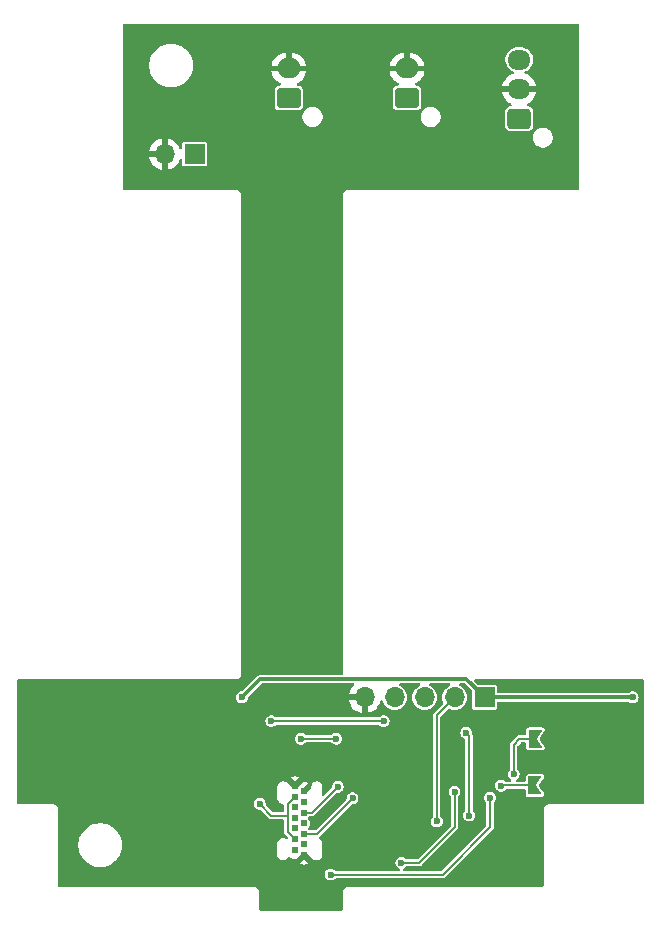
<source format=gbr>
%TF.GenerationSoftware,KiCad,Pcbnew,8.0.8*%
%TF.CreationDate,2025-01-17T17:15:23+08:00*%
%TF.ProjectId,The Button,54686520-4275-4747-946f-6e2e6b696361,rev?*%
%TF.SameCoordinates,Original*%
%TF.FileFunction,Copper,L2,Bot*%
%TF.FilePolarity,Positive*%
%FSLAX46Y46*%
G04 Gerber Fmt 4.6, Leading zero omitted, Abs format (unit mm)*
G04 Created by KiCad (PCBNEW 8.0.8) date 2025-01-17 17:15:23*
%MOMM*%
%LPD*%
G01*
G04 APERTURE LIST*
G04 Aperture macros list*
%AMRoundRect*
0 Rectangle with rounded corners*
0 $1 Rounding radius*
0 $2 $3 $4 $5 $6 $7 $8 $9 X,Y pos of 4 corners*
0 Add a 4 corners polygon primitive as box body*
4,1,4,$2,$3,$4,$5,$6,$7,$8,$9,$2,$3,0*
0 Add four circle primitives for the rounded corners*
1,1,$1+$1,$2,$3*
1,1,$1+$1,$4,$5*
1,1,$1+$1,$6,$7*
1,1,$1+$1,$8,$9*
0 Add four rect primitives between the rounded corners*
20,1,$1+$1,$2,$3,$4,$5,0*
20,1,$1+$1,$4,$5,$6,$7,0*
20,1,$1+$1,$6,$7,$8,$9,0*
20,1,$1+$1,$8,$9,$2,$3,0*%
%AMFreePoly0*
4,1,6,1.000000,0.000000,0.500000,-0.750000,-0.500000,-0.750000,-0.500000,0.750000,0.500000,0.750000,1.000000,0.000000,1.000000,0.000000,$1*%
%AMFreePoly1*
4,1,6,0.500000,-0.750000,-0.650000,-0.750000,-0.150000,0.000000,-0.650000,0.750000,0.500000,0.750000,0.500000,-0.750000,0.500000,-0.750000,$1*%
G04 Aperture macros list end*
%TA.AperFunction,SMDPad,CuDef*%
%ADD10FreePoly0,180.000000*%
%TD*%
%TA.AperFunction,SMDPad,CuDef*%
%ADD11FreePoly1,180.000000*%
%TD*%
%TA.AperFunction,ComponentPad*%
%ADD12R,1.700000X1.700000*%
%TD*%
%TA.AperFunction,ComponentPad*%
%ADD13O,1.700000X1.700000*%
%TD*%
%TA.AperFunction,ComponentPad*%
%ADD14RoundRect,0.250000X0.750000X-0.600000X0.750000X0.600000X-0.750000X0.600000X-0.750000X-0.600000X0*%
%TD*%
%TA.AperFunction,ComponentPad*%
%ADD15O,2.000000X1.700000*%
%TD*%
%TA.AperFunction,ComponentPad*%
%ADD16RoundRect,0.250000X0.725000X-0.600000X0.725000X0.600000X-0.725000X0.600000X-0.725000X-0.600000X0*%
%TD*%
%TA.AperFunction,ComponentPad*%
%ADD17O,1.950000X1.700000*%
%TD*%
%TA.AperFunction,ComponentPad*%
%ADD18C,0.609600*%
%TD*%
%TA.AperFunction,ViaPad*%
%ADD19C,0.600000*%
%TD*%
%TA.AperFunction,Conductor*%
%ADD20C,0.200000*%
%TD*%
%TA.AperFunction,Conductor*%
%ADD21C,0.300000*%
%TD*%
G04 APERTURE END LIST*
D10*
%TO.P,JP2,1,A*%
%TO.N,GND*%
X192225000Y-85000000D03*
D11*
%TO.P,JP2,2,B*%
%TO.N,HW_CFG_2*%
X190775000Y-85000000D03*
%TD*%
%TO.P,JP1,2,B*%
%TO.N,HW_CFG_1*%
X190731908Y-88958646D03*
D10*
%TO.P,JP1,1,A*%
%TO.N,GND*%
X192181908Y-88958646D03*
%TD*%
D12*
%TO.P,J7,1,Pin_1*%
%TO.N,Net-(J7-Pin_1)*%
X162000000Y-35500000D03*
D13*
%TO.P,J7,2,Pin_2*%
%TO.N,GND*%
X159460000Y-35500000D03*
%TD*%
%TO.P,J5,5,Pin_5*%
%TO.N,GND*%
X176390000Y-81500000D03*
%TO.P,J5,4,Pin_4*%
%TO.N,NRST*%
X178930000Y-81500000D03*
%TO.P,J5,3,Pin_3*%
%TO.N,SWDCLK*%
X181470000Y-81500000D03*
%TO.P,J5,2,Pin_2*%
%TO.N,SWDIO*%
X184010000Y-81500000D03*
D12*
%TO.P,J5,1,Pin_1*%
%TO.N,VDD_3V*%
X186550000Y-81500000D03*
%TD*%
D14*
%TO.P,J1,1,Pin_1*%
%TO.N,BTN_HI*%
X169975000Y-30750000D03*
D15*
%TO.P,J1,2,Pin_2*%
%TO.N,GND*%
X169975000Y-28250000D03*
%TD*%
D16*
%TO.P,J6,1,Pin_1*%
%TO.N,BTN_KEY*%
X189475000Y-32500000D03*
D17*
%TO.P,J6,2,Pin_2*%
%TO.N,GND*%
X189475000Y-30000000D03*
%TO.P,J6,3,Pin_3*%
%TO.N,unconnected-(J6-Pin_3-Pad3)*%
X189475000Y-27500000D03*
%TD*%
D18*
%TO.P,J2,A1,GND*%
%TO.N,GND*%
X170500000Y-94399999D03*
%TO.P,J2,A4,VBUS*%
%TO.N,VDDA_5V*%
X170500000Y-93499998D03*
%TO.P,J2,A5,CC1*%
%TO.N,Net-(J2-CC1)*%
X170500000Y-92600000D03*
%TO.P,J2,A6,DP1*%
%TO.N,D_P*%
X170500000Y-91699999D03*
%TO.P,J2,A7,DN1*%
%TO.N,D_N*%
X170500000Y-90799999D03*
%TO.P,J2,A9,VBUS*%
%TO.N,VDDA_5V*%
X170500000Y-89900000D03*
%TO.P,J2,A12,GND*%
%TO.N,GND*%
X170500000Y-89000000D03*
%TO.P,J2,B1,GND*%
X171280001Y-89450000D03*
%TO.P,J2,B4,VBUS*%
%TO.N,VDDA_5V*%
X171280001Y-90350000D03*
%TO.P,J2,B5,CC2*%
%TO.N,Net-(J2-CC2)*%
X171280001Y-91249999D03*
%TO.P,J2,B6,DP2*%
%TO.N,D_P*%
X171280001Y-92149999D03*
%TO.P,J2,B7,DN2*%
%TO.N,D_N*%
X171280001Y-93050000D03*
%TO.P,J2,B9,VBUS*%
%TO.N,VDDA_5V*%
X171280001Y-93949998D03*
%TO.P,J2,B12,GND*%
%TO.N,GND*%
X171280001Y-94849999D03*
%TD*%
D14*
%TO.P,J4,1,Pin_1*%
%TO.N,BTN_LO*%
X179975000Y-30750000D03*
D15*
%TO.P,J4,2,Pin_2*%
%TO.N,GND*%
X179975000Y-28250000D03*
%TD*%
D19*
%TO.N,HW_CFG_1*%
X187941167Y-88967837D03*
%TO.N,HW_CFG_2*%
X189000000Y-88000000D03*
%TO.N,GND*%
X177637500Y-91000000D03*
X184500000Y-97250000D03*
X191000000Y-93500000D03*
X189730000Y-87152933D03*
X196750000Y-83000000D03*
X171250000Y-82750000D03*
X180500000Y-86250000D03*
X183250000Y-90500000D03*
X184750000Y-93750000D03*
X187250000Y-94000000D03*
X198250000Y-84750000D03*
X194000000Y-83000000D03*
X189000000Y-84000000D03*
X190000000Y-96250000D03*
X173750000Y-94250000D03*
X170500000Y-86750000D03*
X171000000Y-98000000D03*
X164500000Y-94250000D03*
X152250000Y-82000000D03*
X161500000Y-83250000D03*
X169500000Y-42250000D03*
X171250000Y-44000000D03*
X172750000Y-46750000D03*
X174250000Y-49750000D03*
X174250000Y-63500000D03*
X174250000Y-77250000D03*
X172750000Y-74250000D03*
X171250000Y-70500000D03*
X169500000Y-66250000D03*
X169500000Y-55500000D03*
X171250000Y-58250000D03*
X172750000Y-60750000D03*
X172750000Y-39750000D03*
X171500000Y-37500000D03*
X177500000Y-36500000D03*
X168000000Y-36500000D03*
X167000000Y-41000000D03*
X167000000Y-50000000D03*
X167000000Y-63000000D03*
X167000000Y-76500000D03*
X167500000Y-85000000D03*
X169500000Y-81500000D03*
X173500000Y-82500000D03*
%TO.N,Net-(J7-Pin_1)*%
X168500000Y-83500000D03*
X178000000Y-83500000D03*
%TO.N,BTN_HI*%
X171000000Y-85000000D03*
X174000000Y-85000000D03*
%TO.N,USR_LED_1*%
X187000000Y-90000000D03*
X173500000Y-96500000D03*
%TO.N,USR_LED_2*%
X184000000Y-89500000D03*
X179505241Y-95505241D03*
%TO.N,VDD_3V*%
X166000000Y-81500000D03*
%TO.N,SWDIO*%
X182500002Y-92000000D03*
%TO.N,SWDCLK*%
X185000000Y-84500000D03*
X185230000Y-91500000D03*
%TO.N,VDD_3V*%
X199090000Y-81500000D03*
%TO.N,VDDA_5V*%
X167500000Y-90500000D03*
%TO.N,Net-(J2-CC2)*%
X174111199Y-89078823D03*
%TO.N,D_N*%
X175362514Y-90050000D03*
%TO.N,GND*%
X152500000Y-89000000D03*
X161750000Y-87250000D03*
X159750000Y-92250000D03*
X157500000Y-96500000D03*
%TD*%
D20*
%TO.N,HW_CFG_1*%
X190731908Y-88958646D02*
X188041354Y-88958646D01*
X188041354Y-88958646D02*
X188000000Y-89000000D01*
X187967837Y-88967837D02*
X187941167Y-88967837D01*
X188000000Y-89000000D02*
X187967837Y-88967837D01*
%TO.N,HW_CFG_2*%
X189500000Y-85000000D02*
X190275000Y-85000000D01*
X189000000Y-85500000D02*
X189000000Y-88000000D01*
X189500000Y-85000000D02*
X189000000Y-85500000D01*
%TO.N,Net-(J2-CC2)*%
X171280001Y-91249999D02*
X171940023Y-91249999D01*
X171940023Y-91249999D02*
X174111199Y-89078823D01*
%TO.N,BTN_HI*%
X174000000Y-85000000D02*
X171000000Y-85000000D01*
%TO.N,Net-(J7-Pin_1)*%
X178000000Y-83500000D02*
X168500000Y-83500000D01*
D21*
%TO.N,VDD_3V*%
X186550000Y-81500000D02*
X185000000Y-79950000D01*
X185000000Y-79950000D02*
X167550000Y-79950000D01*
X167550000Y-79950000D02*
X166000000Y-81500000D01*
D20*
%TO.N,USR_LED_2*%
X184000000Y-92500000D02*
X184000000Y-89500000D01*
X179505241Y-95505241D02*
X180994759Y-95505241D01*
X180994759Y-95505241D02*
X184000000Y-92500000D01*
%TO.N,SWDIO*%
X184010000Y-81500000D02*
X182500002Y-83009998D01*
X182500002Y-83009998D02*
X182500002Y-92000000D01*
%TO.N,USR_LED_1*%
X173500000Y-96500000D02*
X183000000Y-96500000D01*
X183000000Y-96500000D02*
X187000000Y-92500000D01*
X187000000Y-92500000D02*
X187000000Y-90000000D01*
%TO.N,SWDCLK*%
X185000000Y-84500000D02*
X185230000Y-84730000D01*
X185230000Y-84730000D02*
X185230000Y-91500000D01*
D21*
%TO.N,VDD_3V*%
X186550000Y-81500000D02*
X199090000Y-81500000D01*
D20*
%TO.N,VDDA_5V*%
X169866800Y-91500000D02*
X169866800Y-90533200D01*
X169866800Y-92866798D02*
X169866800Y-91500000D01*
X168500000Y-91500000D02*
X167500000Y-90500000D01*
X169866800Y-91500000D02*
X168500000Y-91500000D01*
X170500000Y-93499998D02*
X169866800Y-92866798D01*
X169866800Y-90533200D02*
X170500000Y-89900000D01*
%TO.N,D_N*%
X171280001Y-93050000D02*
X172362514Y-93050000D01*
X172362514Y-93050000D02*
X175362514Y-90050000D01*
%TD*%
%TA.AperFunction,Conductor*%
%TO.N,GND*%
G36*
X194492539Y-24470185D02*
G01*
X194538294Y-24522989D01*
X194549500Y-24574500D01*
X194549500Y-38425500D01*
X194529815Y-38492539D01*
X194477011Y-38538294D01*
X194425500Y-38549500D01*
X175059309Y-38549500D01*
X174940691Y-38549500D01*
X174826114Y-38580201D01*
X174826112Y-38580201D01*
X174826112Y-38580202D01*
X174723387Y-38639511D01*
X174723384Y-38639513D01*
X174639513Y-38723384D01*
X174639511Y-38723387D01*
X174580201Y-38826114D01*
X174549500Y-38940691D01*
X174549500Y-38940693D01*
X174549500Y-79475500D01*
X174529815Y-79542539D01*
X174477011Y-79588294D01*
X174425500Y-79599500D01*
X167503856Y-79599500D01*
X167414712Y-79623386D01*
X167414709Y-79623387D01*
X167334791Y-79669527D01*
X167334786Y-79669531D01*
X166041137Y-80963181D01*
X165979814Y-80996666D01*
X165953456Y-80999500D01*
X165928036Y-80999500D01*
X165789949Y-81040045D01*
X165668873Y-81117856D01*
X165668872Y-81117856D01*
X165668872Y-81117857D01*
X165665218Y-81122074D01*
X165574623Y-81226626D01*
X165574622Y-81226628D01*
X165514834Y-81357543D01*
X165494353Y-81500000D01*
X165514834Y-81642456D01*
X165568266Y-81759454D01*
X165574623Y-81773373D01*
X165668872Y-81882143D01*
X165789947Y-81959953D01*
X165789950Y-81959954D01*
X165789949Y-81959954D01*
X165880686Y-81986596D01*
X165926336Y-82000000D01*
X165928036Y-82000499D01*
X165928038Y-82000500D01*
X165928039Y-82000500D01*
X166071962Y-82000500D01*
X166071962Y-82000499D01*
X166210053Y-81959953D01*
X166331128Y-81882143D01*
X166425377Y-81773373D01*
X166485165Y-81642457D01*
X166501447Y-81529208D01*
X166530470Y-81465656D01*
X166536489Y-81459191D01*
X167658863Y-80336819D01*
X167720186Y-80303334D01*
X167746544Y-80300500D01*
X175380950Y-80300500D01*
X175447989Y-80320185D01*
X175493744Y-80372989D01*
X175503688Y-80442147D01*
X175474663Y-80505703D01*
X175468631Y-80512181D01*
X175351891Y-80628920D01*
X175351886Y-80628926D01*
X175216400Y-80822420D01*
X175216399Y-80822422D01*
X175116570Y-81036507D01*
X175116567Y-81036513D01*
X175059364Y-81249999D01*
X175059364Y-81250000D01*
X175956988Y-81250000D01*
X175924075Y-81307007D01*
X175890000Y-81434174D01*
X175890000Y-81565826D01*
X175924075Y-81692993D01*
X175956988Y-81750000D01*
X175059364Y-81750000D01*
X175116567Y-81963486D01*
X175116570Y-81963492D01*
X175216399Y-82177578D01*
X175351894Y-82371082D01*
X175518917Y-82538105D01*
X175712421Y-82673600D01*
X175926507Y-82773429D01*
X175926516Y-82773433D01*
X176140000Y-82830634D01*
X176140000Y-81933012D01*
X176197007Y-81965925D01*
X176324174Y-82000000D01*
X176455826Y-82000000D01*
X176582993Y-81965925D01*
X176640000Y-81933012D01*
X176640000Y-82830633D01*
X176853483Y-82773433D01*
X176853492Y-82773429D01*
X177067578Y-82673600D01*
X177261082Y-82538105D01*
X177428105Y-82371082D01*
X177563600Y-82177578D01*
X177663429Y-81963492D01*
X177663433Y-81963483D01*
X177696158Y-81841350D01*
X177732522Y-81781690D01*
X177795369Y-81751160D01*
X177864745Y-81759454D01*
X177918623Y-81803939D01*
X177934593Y-81837447D01*
X177948152Y-81882145D01*
X177954769Y-81903956D01*
X177961502Y-81916554D01*
X178052315Y-82086450D01*
X178052317Y-82086452D01*
X178183589Y-82246410D01*
X178280209Y-82325702D01*
X178343550Y-82377685D01*
X178526046Y-82475232D01*
X178724066Y-82535300D01*
X178724065Y-82535300D01*
X178742529Y-82537118D01*
X178930000Y-82555583D01*
X179135934Y-82535300D01*
X179333954Y-82475232D01*
X179516450Y-82377685D01*
X179676410Y-82246410D01*
X179807685Y-82086450D01*
X179905232Y-81903954D01*
X179965300Y-81705934D01*
X179985583Y-81500000D01*
X179965300Y-81294066D01*
X179905232Y-81096046D01*
X179807685Y-80913550D01*
X179732897Y-80822420D01*
X179676410Y-80753589D01*
X179526121Y-80630252D01*
X179516450Y-80622315D01*
X179350959Y-80533857D01*
X179301116Y-80484895D01*
X179285656Y-80416757D01*
X179309488Y-80351078D01*
X179365046Y-80308709D01*
X179409414Y-80300500D01*
X180990586Y-80300500D01*
X181057625Y-80320185D01*
X181103380Y-80372989D01*
X181113324Y-80442147D01*
X181084299Y-80505703D01*
X181049040Y-80533857D01*
X180883550Y-80622315D01*
X180883548Y-80622316D01*
X180883547Y-80622317D01*
X180723589Y-80753589D01*
X180596161Y-80908863D01*
X180592315Y-80913550D01*
X180562042Y-80970186D01*
X180494769Y-81096043D01*
X180434699Y-81294067D01*
X180414417Y-81500000D01*
X180434699Y-81705932D01*
X180455157Y-81773373D01*
X180488152Y-81882145D01*
X180494769Y-81903956D01*
X180501502Y-81916554D01*
X180592315Y-82086450D01*
X180592317Y-82086452D01*
X180723589Y-82246410D01*
X180820209Y-82325702D01*
X180883550Y-82377685D01*
X181066046Y-82475232D01*
X181264066Y-82535300D01*
X181264065Y-82535300D01*
X181282529Y-82537118D01*
X181470000Y-82555583D01*
X181675934Y-82535300D01*
X181873954Y-82475232D01*
X182056450Y-82377685D01*
X182216410Y-82246410D01*
X182347685Y-82086450D01*
X182445232Y-81903954D01*
X182505300Y-81705934D01*
X182525583Y-81500000D01*
X182505300Y-81294066D01*
X182445232Y-81096046D01*
X182347685Y-80913550D01*
X182272897Y-80822420D01*
X182216410Y-80753589D01*
X182066121Y-80630252D01*
X182056450Y-80622315D01*
X181890959Y-80533857D01*
X181841116Y-80484895D01*
X181825656Y-80416757D01*
X181849488Y-80351078D01*
X181905046Y-80308709D01*
X181949414Y-80300500D01*
X183530586Y-80300500D01*
X183597625Y-80320185D01*
X183643380Y-80372989D01*
X183653324Y-80442147D01*
X183624299Y-80505703D01*
X183589040Y-80533857D01*
X183423550Y-80622315D01*
X183423548Y-80622316D01*
X183423547Y-80622317D01*
X183263589Y-80753589D01*
X183136161Y-80908863D01*
X183132315Y-80913550D01*
X183102042Y-80970186D01*
X183034769Y-81096043D01*
X182974699Y-81294067D01*
X182954417Y-81500000D01*
X182974699Y-81705932D01*
X182995157Y-81773373D01*
X183028152Y-81882145D01*
X183034769Y-81903956D01*
X183042379Y-81918193D01*
X183056620Y-81986596D01*
X183031619Y-82051840D01*
X183020701Y-82064326D01*
X182315491Y-82769538D01*
X182259543Y-82825485D01*
X182259537Y-82825493D01*
X182219984Y-82894002D01*
X182219981Y-82894007D01*
X182199502Y-82970437D01*
X182199502Y-91536260D01*
X182179817Y-91603299D01*
X182169215Y-91617462D01*
X182074627Y-91726622D01*
X182074624Y-91726628D01*
X182014836Y-91857543D01*
X181994355Y-92000000D01*
X182014836Y-92142456D01*
X182032513Y-92181162D01*
X182074625Y-92273373D01*
X182168874Y-92382143D01*
X182289949Y-92459953D01*
X182289952Y-92459954D01*
X182289951Y-92459954D01*
X182428038Y-92500499D01*
X182428040Y-92500500D01*
X182428041Y-92500500D01*
X182571964Y-92500500D01*
X182571964Y-92500499D01*
X182679123Y-92469035D01*
X182710052Y-92459954D01*
X182710052Y-92459953D01*
X182710055Y-92459953D01*
X182831130Y-92382143D01*
X182925379Y-92273373D01*
X182985167Y-92142457D01*
X183005649Y-92000000D01*
X182985167Y-91857543D01*
X182925379Y-91726627D01*
X182925377Y-91726625D01*
X182925376Y-91726622D01*
X182830789Y-91617462D01*
X182801764Y-91553906D01*
X182800502Y-91536260D01*
X182800502Y-84500000D01*
X184494353Y-84500000D01*
X184514834Y-84642456D01*
X184574622Y-84773371D01*
X184574623Y-84773373D01*
X184668872Y-84882143D01*
X184789947Y-84959953D01*
X184840435Y-84974777D01*
X184899212Y-85012550D01*
X184928238Y-85076105D01*
X184929500Y-85093754D01*
X184929500Y-91036260D01*
X184909815Y-91103299D01*
X184899213Y-91117462D01*
X184804625Y-91226622D01*
X184804622Y-91226628D01*
X184744834Y-91357543D01*
X184724353Y-91500000D01*
X184744834Y-91642456D01*
X184789592Y-91740460D01*
X184804623Y-91773373D01*
X184898872Y-91882143D01*
X185019947Y-91959953D01*
X185019950Y-91959954D01*
X185019949Y-91959954D01*
X185127107Y-91991417D01*
X185156336Y-92000000D01*
X185158036Y-92000499D01*
X185158038Y-92000500D01*
X185158039Y-92000500D01*
X185301962Y-92000500D01*
X185301962Y-92000499D01*
X185440053Y-91959953D01*
X185561128Y-91882143D01*
X185655377Y-91773373D01*
X185715165Y-91642457D01*
X185735647Y-91500000D01*
X185715165Y-91357543D01*
X185655377Y-91226627D01*
X185655375Y-91226625D01*
X185655374Y-91226622D01*
X185560787Y-91117462D01*
X185531762Y-91053906D01*
X185530500Y-91036260D01*
X185530500Y-88967837D01*
X187435520Y-88967837D01*
X187456001Y-89110293D01*
X187510548Y-89229731D01*
X187515790Y-89241210D01*
X187610039Y-89349980D01*
X187731114Y-89427790D01*
X187731117Y-89427791D01*
X187731116Y-89427791D01*
X187869203Y-89468336D01*
X187869205Y-89468337D01*
X187869206Y-89468337D01*
X188013129Y-89468337D01*
X188013129Y-89468336D01*
X188151220Y-89427790D01*
X188272295Y-89349980D01*
X188272297Y-89349978D01*
X188313919Y-89301944D01*
X188372696Y-89264169D01*
X188407632Y-89259146D01*
X189902408Y-89259146D01*
X189969447Y-89278831D01*
X190015202Y-89331635D01*
X190026408Y-89383146D01*
X190026408Y-89708650D01*
X190031559Y-89754374D01*
X190071241Y-89836772D01*
X190071242Y-89836773D01*
X190142745Y-89893795D01*
X190202979Y-89907543D01*
X190231903Y-89914145D01*
X190231908Y-89914146D01*
X191381904Y-89914146D01*
X191381908Y-89914146D01*
X191454993Y-89900711D01*
X191531089Y-89849980D01*
X191577638Y-89771256D01*
X191585420Y-89680132D01*
X191552894Y-89594655D01*
X191256029Y-89149357D01*
X191174743Y-89027428D01*
X191153935Y-88960729D01*
X191172490Y-88893368D01*
X191174716Y-88889903D01*
X191552894Y-88322637D01*
X191582256Y-88254374D01*
X191582256Y-88162918D01*
X191542574Y-88080519D01*
X191471071Y-88023497D01*
X191381912Y-88003146D01*
X191381908Y-88003146D01*
X190231908Y-88003146D01*
X190231903Y-88003146D01*
X190186179Y-88008297D01*
X190103781Y-88047979D01*
X190046759Y-88119482D01*
X190026408Y-88208641D01*
X190026408Y-88534146D01*
X190006723Y-88601185D01*
X189953919Y-88646940D01*
X189902408Y-88658146D01*
X189323964Y-88658146D01*
X189256925Y-88638461D01*
X189211170Y-88585657D01*
X189201226Y-88516499D01*
X189230251Y-88452943D01*
X189256925Y-88429830D01*
X189331128Y-88382143D01*
X189425377Y-88273373D01*
X189485165Y-88142457D01*
X189505647Y-88000000D01*
X189485165Y-87857543D01*
X189425377Y-87726627D01*
X189425375Y-87726625D01*
X189425374Y-87726622D01*
X189330787Y-87617462D01*
X189301762Y-87553906D01*
X189300500Y-87536260D01*
X189300500Y-85675833D01*
X189320185Y-85608794D01*
X189336819Y-85588152D01*
X189588152Y-85336819D01*
X189649475Y-85303334D01*
X189675833Y-85300500D01*
X189945500Y-85300500D01*
X190012539Y-85320185D01*
X190058294Y-85372989D01*
X190069500Y-85424500D01*
X190069500Y-85750004D01*
X190074651Y-85795728D01*
X190114333Y-85878126D01*
X190114334Y-85878127D01*
X190185837Y-85935149D01*
X190261203Y-85952351D01*
X190274995Y-85955499D01*
X190275000Y-85955500D01*
X191424996Y-85955500D01*
X191425000Y-85955500D01*
X191498085Y-85942065D01*
X191574181Y-85891334D01*
X191620730Y-85812610D01*
X191628512Y-85721486D01*
X191595986Y-85636009D01*
X191345007Y-85259540D01*
X191217835Y-85068782D01*
X191197027Y-85002083D01*
X191215582Y-84934722D01*
X191217808Y-84931257D01*
X191595986Y-84363991D01*
X191625348Y-84295728D01*
X191625348Y-84204272D01*
X191585666Y-84121873D01*
X191514163Y-84064851D01*
X191425004Y-84044500D01*
X191425000Y-84044500D01*
X190275000Y-84044500D01*
X190274995Y-84044500D01*
X190229271Y-84049651D01*
X190146873Y-84089333D01*
X190089851Y-84160836D01*
X190069500Y-84249995D01*
X190069500Y-84575500D01*
X190049815Y-84642539D01*
X189997011Y-84688294D01*
X189945500Y-84699500D01*
X189460438Y-84699500D01*
X189384010Y-84719978D01*
X189315489Y-84759540D01*
X189315486Y-84759542D01*
X188759541Y-85315487D01*
X188759535Y-85315495D01*
X188719982Y-85384004D01*
X188719979Y-85384009D01*
X188699500Y-85460439D01*
X188699500Y-87536260D01*
X188679815Y-87603299D01*
X188669213Y-87617462D01*
X188574625Y-87726622D01*
X188574622Y-87726628D01*
X188514834Y-87857543D01*
X188494353Y-88000000D01*
X188514834Y-88142456D01*
X188574622Y-88273371D01*
X188574623Y-88273373D01*
X188668872Y-88382143D01*
X188743075Y-88429830D01*
X188788830Y-88482634D01*
X188798774Y-88551793D01*
X188769749Y-88615349D01*
X188710971Y-88653123D01*
X188676036Y-88658146D01*
X188391704Y-88658146D01*
X188324665Y-88638461D01*
X188297992Y-88615349D01*
X188272297Y-88585696D01*
X188272296Y-88585695D01*
X188272295Y-88585694D01*
X188151220Y-88507884D01*
X188151218Y-88507883D01*
X188151216Y-88507882D01*
X188151217Y-88507882D01*
X188013130Y-88467337D01*
X188013128Y-88467337D01*
X187869206Y-88467337D01*
X187869203Y-88467337D01*
X187731116Y-88507882D01*
X187610040Y-88585693D01*
X187515790Y-88694463D01*
X187515789Y-88694465D01*
X187456001Y-88825380D01*
X187435520Y-88967837D01*
X185530500Y-88967837D01*
X185530500Y-84690439D01*
X185530500Y-84690438D01*
X185510021Y-84614011D01*
X185510020Y-84614009D01*
X185510019Y-84614005D01*
X185507624Y-84608223D01*
X185499446Y-84543124D01*
X185505647Y-84500000D01*
X185485165Y-84357543D01*
X185425377Y-84226627D01*
X185331128Y-84117857D01*
X185210053Y-84040047D01*
X185210051Y-84040046D01*
X185210049Y-84040045D01*
X185210050Y-84040045D01*
X185071963Y-83999500D01*
X185071961Y-83999500D01*
X184928039Y-83999500D01*
X184928036Y-83999500D01*
X184789949Y-84040045D01*
X184668873Y-84117856D01*
X184574623Y-84226626D01*
X184574622Y-84226628D01*
X184514834Y-84357543D01*
X184494353Y-84500000D01*
X182800502Y-84500000D01*
X182800502Y-83185830D01*
X182820187Y-83118791D01*
X182836817Y-83098153D01*
X183445672Y-82489297D01*
X183506995Y-82455813D01*
X183576687Y-82460797D01*
X183591805Y-82467620D01*
X183606046Y-82475232D01*
X183804066Y-82535300D01*
X183804065Y-82535300D01*
X183822529Y-82537118D01*
X184010000Y-82555583D01*
X184215934Y-82535300D01*
X184413954Y-82475232D01*
X184596450Y-82377685D01*
X184756410Y-82246410D01*
X184887685Y-82086450D01*
X184985232Y-81903954D01*
X185045300Y-81705934D01*
X185065583Y-81500000D01*
X185045300Y-81294066D01*
X184985232Y-81096046D01*
X184887685Y-80913550D01*
X184812897Y-80822420D01*
X184756410Y-80753589D01*
X184606121Y-80630252D01*
X184596450Y-80622315D01*
X184430959Y-80533857D01*
X184381116Y-80484895D01*
X184365656Y-80416757D01*
X184389488Y-80351078D01*
X184445046Y-80308709D01*
X184489414Y-80300500D01*
X184803456Y-80300500D01*
X184870495Y-80320185D01*
X184891137Y-80336819D01*
X185463181Y-80908863D01*
X185496666Y-80970186D01*
X185499500Y-80996544D01*
X185499500Y-82369752D01*
X185511131Y-82428229D01*
X185511132Y-82428230D01*
X185555447Y-82494552D01*
X185621769Y-82538867D01*
X185621770Y-82538868D01*
X185680247Y-82550499D01*
X185680250Y-82550500D01*
X185680252Y-82550500D01*
X187419750Y-82550500D01*
X187419751Y-82550499D01*
X187434568Y-82547552D01*
X187478229Y-82538868D01*
X187478229Y-82538867D01*
X187478231Y-82538867D01*
X187544552Y-82494552D01*
X187588867Y-82428231D01*
X187588867Y-82428229D01*
X187588868Y-82428229D01*
X187598922Y-82377682D01*
X187600500Y-82369748D01*
X187600500Y-81974500D01*
X187620185Y-81907461D01*
X187672989Y-81861706D01*
X187724500Y-81850500D01*
X198676105Y-81850500D01*
X198743144Y-81870185D01*
X198757312Y-81880790D01*
X198758866Y-81882137D01*
X198758872Y-81882143D01*
X198879947Y-81959953D01*
X198879950Y-81959954D01*
X198879949Y-81959954D01*
X198970686Y-81986596D01*
X199016336Y-82000000D01*
X199018036Y-82000499D01*
X199018038Y-82000500D01*
X199018039Y-82000500D01*
X199161962Y-82000500D01*
X199161962Y-82000499D01*
X199300053Y-81959953D01*
X199421128Y-81882143D01*
X199515377Y-81773373D01*
X199575165Y-81642457D01*
X199595647Y-81500000D01*
X199575165Y-81357543D01*
X199515377Y-81226627D01*
X199421128Y-81117857D01*
X199300053Y-81040047D01*
X199300051Y-81040046D01*
X199300049Y-81040045D01*
X199300050Y-81040045D01*
X199161963Y-80999500D01*
X199161961Y-80999500D01*
X199018039Y-80999500D01*
X199018036Y-80999500D01*
X198879949Y-81040045D01*
X198758876Y-81117854D01*
X198758874Y-81117855D01*
X198758872Y-81117857D01*
X198758870Y-81117858D01*
X198757312Y-81119210D01*
X198755427Y-81120070D01*
X198751411Y-81122652D01*
X198751039Y-81122074D01*
X198693757Y-81148237D01*
X198676105Y-81149500D01*
X187724500Y-81149500D01*
X187657461Y-81129815D01*
X187611706Y-81077011D01*
X187600500Y-81025500D01*
X187600500Y-80630249D01*
X187600499Y-80630247D01*
X187588868Y-80571770D01*
X187588867Y-80571769D01*
X187544552Y-80505447D01*
X187478230Y-80461132D01*
X187478229Y-80461131D01*
X187419752Y-80449500D01*
X187419748Y-80449500D01*
X186046544Y-80449500D01*
X185979505Y-80429815D01*
X185958863Y-80413181D01*
X185707863Y-80162181D01*
X185674378Y-80100858D01*
X185679362Y-80031166D01*
X185721234Y-79975233D01*
X185786698Y-79950816D01*
X185795544Y-79950500D01*
X199925500Y-79950500D01*
X199992539Y-79970185D01*
X200038294Y-80022989D01*
X200049500Y-80074500D01*
X200049500Y-90425500D01*
X200029815Y-90492539D01*
X199977011Y-90538294D01*
X199925500Y-90549500D01*
X192059309Y-90549500D01*
X191940691Y-90549500D01*
X191826114Y-90580201D01*
X191826112Y-90580201D01*
X191826112Y-90580202D01*
X191723387Y-90639511D01*
X191723384Y-90639513D01*
X191639513Y-90723384D01*
X191639511Y-90723387D01*
X191580201Y-90826114D01*
X191549500Y-90940691D01*
X191549500Y-90940693D01*
X191549500Y-97425500D01*
X191529815Y-97492539D01*
X191477011Y-97538294D01*
X191425500Y-97549500D01*
X175059309Y-97549500D01*
X174940691Y-97549500D01*
X174826114Y-97580201D01*
X174826112Y-97580201D01*
X174826112Y-97580202D01*
X174723387Y-97639511D01*
X174723384Y-97639513D01*
X174639513Y-97723384D01*
X174639511Y-97723387D01*
X174580201Y-97826114D01*
X174549500Y-97940691D01*
X174549500Y-97940693D01*
X174549500Y-99425500D01*
X174529815Y-99492539D01*
X174477011Y-99538294D01*
X174425500Y-99549500D01*
X167574500Y-99549500D01*
X167507461Y-99529815D01*
X167461706Y-99477011D01*
X167450500Y-99425500D01*
X167450500Y-97940693D01*
X167450500Y-97940691D01*
X167419799Y-97826114D01*
X167360489Y-97723387D01*
X167276613Y-97639511D01*
X167173886Y-97580201D01*
X167059309Y-97549500D01*
X167059306Y-97549500D01*
X150574500Y-97549500D01*
X150507461Y-97529815D01*
X150461706Y-97477011D01*
X150450500Y-97425500D01*
X150450500Y-96500000D01*
X172994353Y-96500000D01*
X173014834Y-96642456D01*
X173059591Y-96740458D01*
X173074623Y-96773373D01*
X173168872Y-96882143D01*
X173289947Y-96959953D01*
X173289950Y-96959954D01*
X173289949Y-96959954D01*
X173428036Y-97000499D01*
X173428038Y-97000500D01*
X173428039Y-97000500D01*
X173571962Y-97000500D01*
X173571962Y-97000499D01*
X173710053Y-96959953D01*
X173831128Y-96882143D01*
X173864788Y-96843296D01*
X173923567Y-96805523D01*
X173958501Y-96800500D01*
X183039560Y-96800500D01*
X183039562Y-96800500D01*
X183115989Y-96780021D01*
X183184511Y-96740460D01*
X183240460Y-96684511D01*
X187240460Y-92684511D01*
X187241744Y-92682287D01*
X187280021Y-92615989D01*
X187300500Y-92539562D01*
X187300500Y-90463738D01*
X187320185Y-90396699D01*
X187330787Y-90382535D01*
X187331124Y-90382144D01*
X187331128Y-90382143D01*
X187425377Y-90273373D01*
X187485165Y-90142457D01*
X187505647Y-90000000D01*
X187485165Y-89857543D01*
X187425377Y-89726627D01*
X187331128Y-89617857D01*
X187210053Y-89540047D01*
X187210051Y-89540046D01*
X187210049Y-89540045D01*
X187210050Y-89540045D01*
X187071963Y-89499500D01*
X187071961Y-89499500D01*
X186928039Y-89499500D01*
X186928036Y-89499500D01*
X186789949Y-89540045D01*
X186668873Y-89617856D01*
X186668872Y-89617856D01*
X186668872Y-89617857D01*
X186663545Y-89624005D01*
X186574623Y-89726626D01*
X186574622Y-89726628D01*
X186514834Y-89857543D01*
X186494353Y-90000000D01*
X186514834Y-90142456D01*
X186553275Y-90226628D01*
X186574623Y-90273373D01*
X186668872Y-90382143D01*
X186668875Y-90382144D01*
X186669213Y-90382535D01*
X186698238Y-90446091D01*
X186699500Y-90463738D01*
X186699500Y-92324167D01*
X186679815Y-92391206D01*
X186663181Y-92411848D01*
X182911848Y-96163181D01*
X182850525Y-96196666D01*
X182824167Y-96199500D01*
X179772254Y-96199500D01*
X179705215Y-96179815D01*
X179659460Y-96127011D01*
X179649516Y-96057853D01*
X179678541Y-95994297D01*
X179708867Y-95971596D01*
X179707834Y-95969988D01*
X179715294Y-95965194D01*
X179836369Y-95887384D01*
X179870029Y-95848537D01*
X179928808Y-95810764D01*
X179963742Y-95805741D01*
X181034319Y-95805741D01*
X181034321Y-95805741D01*
X181110748Y-95785262D01*
X181179270Y-95745701D01*
X181235219Y-95689752D01*
X184240460Y-92684511D01*
X184280022Y-92615988D01*
X184300500Y-92539562D01*
X184300500Y-92460438D01*
X184300500Y-89963738D01*
X184320185Y-89896699D01*
X184330787Y-89882535D01*
X184331124Y-89882144D01*
X184331128Y-89882143D01*
X184425377Y-89773373D01*
X184485165Y-89642457D01*
X184505647Y-89500000D01*
X184485165Y-89357543D01*
X184425377Y-89226627D01*
X184331128Y-89117857D01*
X184210053Y-89040047D01*
X184210051Y-89040046D01*
X184210049Y-89040045D01*
X184210050Y-89040045D01*
X184071963Y-88999500D01*
X184071961Y-88999500D01*
X183928039Y-88999500D01*
X183928036Y-88999500D01*
X183789949Y-89040045D01*
X183668873Y-89117856D01*
X183574623Y-89226626D01*
X183574622Y-89226628D01*
X183514834Y-89357543D01*
X183494353Y-89500000D01*
X183514834Y-89642456D01*
X183553275Y-89726628D01*
X183574623Y-89773373D01*
X183668872Y-89882143D01*
X183668875Y-89882144D01*
X183669213Y-89882535D01*
X183698238Y-89946091D01*
X183699500Y-89963738D01*
X183699500Y-92324167D01*
X183679815Y-92391206D01*
X183663181Y-92411848D01*
X180906607Y-95168422D01*
X180845284Y-95201907D01*
X180818926Y-95204741D01*
X179963742Y-95204741D01*
X179896703Y-95185056D01*
X179870029Y-95161944D01*
X179836369Y-95123098D01*
X179715294Y-95045288D01*
X179715292Y-95045287D01*
X179715290Y-95045286D01*
X179715291Y-95045286D01*
X179577204Y-95004741D01*
X179577202Y-95004741D01*
X179433280Y-95004741D01*
X179433277Y-95004741D01*
X179295190Y-95045286D01*
X179174114Y-95123097D01*
X179079864Y-95231867D01*
X179079863Y-95231869D01*
X179020075Y-95362784D01*
X178999594Y-95505241D01*
X179020075Y-95647697D01*
X179064832Y-95745699D01*
X179079864Y-95778614D01*
X179174113Y-95887384D01*
X179295188Y-95965194D01*
X179302648Y-95969988D01*
X179301036Y-95972495D01*
X179342542Y-96008459D01*
X179362228Y-96075498D01*
X179342545Y-96142538D01*
X179289742Y-96188293D01*
X179238228Y-96199500D01*
X173958501Y-96199500D01*
X173891462Y-96179815D01*
X173864788Y-96156703D01*
X173852514Y-96142538D01*
X173831128Y-96117857D01*
X173710053Y-96040047D01*
X173710051Y-96040046D01*
X173710049Y-96040045D01*
X173710050Y-96040045D01*
X173571963Y-95999500D01*
X173571961Y-95999500D01*
X173428039Y-95999500D01*
X173428036Y-95999500D01*
X173289949Y-96040045D01*
X173168873Y-96117856D01*
X173074623Y-96226626D01*
X173074622Y-96226628D01*
X173014834Y-96357543D01*
X172994353Y-96500000D01*
X150450500Y-96500000D01*
X150450500Y-93878711D01*
X152149500Y-93878711D01*
X152149500Y-94121288D01*
X152181161Y-94361785D01*
X152243947Y-94596104D01*
X152312209Y-94760903D01*
X152336776Y-94820212D01*
X152458064Y-95030289D01*
X152458066Y-95030292D01*
X152458067Y-95030293D01*
X152605733Y-95222736D01*
X152605739Y-95222743D01*
X152777256Y-95394260D01*
X152777262Y-95394265D01*
X152969711Y-95541936D01*
X153179788Y-95663224D01*
X153403900Y-95756054D01*
X153638211Y-95818838D01*
X153818586Y-95842584D01*
X153878711Y-95850500D01*
X153878712Y-95850500D01*
X154121289Y-95850500D01*
X154169388Y-95844167D01*
X154361789Y-95818838D01*
X154596100Y-95756054D01*
X154820212Y-95663224D01*
X154981437Y-95570141D01*
X170913411Y-95570141D01*
X170928600Y-95579685D01*
X171099788Y-95639586D01*
X171279998Y-95659891D01*
X171280004Y-95659891D01*
X171460216Y-95639586D01*
X171631399Y-95579686D01*
X171631403Y-95579684D01*
X171646590Y-95570140D01*
X171280002Y-95203552D01*
X171280001Y-95203552D01*
X170913411Y-95570141D01*
X154981437Y-95570141D01*
X155030289Y-95541936D01*
X155222738Y-95394265D01*
X155394265Y-95222738D01*
X155541936Y-95030289D01*
X155663224Y-94820212D01*
X155756054Y-94596100D01*
X155818838Y-94361789D01*
X155850500Y-94121288D01*
X155850500Y-93878712D01*
X155818838Y-93638211D01*
X155756054Y-93403900D01*
X155663224Y-93179788D01*
X155541936Y-92969711D01*
X155394265Y-92777262D01*
X155394260Y-92777256D01*
X155222743Y-92605739D01*
X155222736Y-92605733D01*
X155030293Y-92458067D01*
X155030292Y-92458066D01*
X155030289Y-92458064D01*
X154820212Y-92336776D01*
X154820205Y-92336773D01*
X154596104Y-92243947D01*
X154361785Y-92181161D01*
X154121289Y-92149500D01*
X154121288Y-92149500D01*
X153878712Y-92149500D01*
X153878711Y-92149500D01*
X153638214Y-92181161D01*
X153403895Y-92243947D01*
X153179794Y-92336773D01*
X153179785Y-92336777D01*
X152969706Y-92458067D01*
X152777263Y-92605733D01*
X152777256Y-92605739D01*
X152605739Y-92777256D01*
X152605733Y-92777263D01*
X152458067Y-92969706D01*
X152336777Y-93179785D01*
X152336773Y-93179794D01*
X152243947Y-93403895D01*
X152181161Y-93638214D01*
X152149500Y-93878711D01*
X150450500Y-93878711D01*
X150450500Y-90940693D01*
X150450500Y-90940691D01*
X150419799Y-90826114D01*
X150360489Y-90723387D01*
X150276613Y-90639511D01*
X150173886Y-90580201D01*
X150059309Y-90549500D01*
X150059306Y-90549500D01*
X147074500Y-90549500D01*
X147007461Y-90529815D01*
X146981626Y-90500000D01*
X166994353Y-90500000D01*
X167014834Y-90642456D01*
X167051795Y-90723387D01*
X167074623Y-90773373D01*
X167168872Y-90882143D01*
X167289947Y-90959953D01*
X167289950Y-90959954D01*
X167289949Y-90959954D01*
X167397107Y-90991417D01*
X167425280Y-90999690D01*
X167428036Y-91000499D01*
X167428038Y-91000500D01*
X167524167Y-91000500D01*
X167591206Y-91020185D01*
X167611848Y-91036819D01*
X168315489Y-91740460D01*
X168384012Y-91780022D01*
X168460438Y-91800500D01*
X169442300Y-91800500D01*
X169509339Y-91820185D01*
X169555094Y-91872989D01*
X169566300Y-91924500D01*
X169566300Y-92906360D01*
X169586779Y-92982787D01*
X169617291Y-93035635D01*
X169626340Y-93051309D01*
X169626342Y-93051312D01*
X169857613Y-93282583D01*
X169891098Y-93343906D01*
X169886114Y-93413598D01*
X169844242Y-93469531D01*
X169778778Y-93493948D01*
X169710505Y-93479096D01*
X169707975Y-93477675D01*
X169633886Y-93434900D01*
X169519309Y-93404199D01*
X169400691Y-93404199D01*
X169286114Y-93434900D01*
X169286112Y-93434900D01*
X169286112Y-93434901D01*
X169183387Y-93494210D01*
X169183384Y-93494212D01*
X169099513Y-93578083D01*
X169099511Y-93578086D01*
X169061559Y-93643821D01*
X169040201Y-93680813D01*
X169009500Y-93795390D01*
X169009500Y-94904608D01*
X169040201Y-95019185D01*
X169099511Y-95121912D01*
X169183387Y-95205788D01*
X169286114Y-95265098D01*
X169400691Y-95295799D01*
X169400694Y-95295799D01*
X169519306Y-95295799D01*
X169519309Y-95295799D01*
X169633886Y-95265098D01*
X169736613Y-95205788D01*
X169820489Y-95121912D01*
X169840177Y-95087810D01*
X169890742Y-95039597D01*
X169959349Y-95026373D01*
X170013535Y-95044818D01*
X170148601Y-95129686D01*
X170319787Y-95189586D01*
X170506493Y-95210622D01*
X170507349Y-95210671D01*
X170559857Y-95216588D01*
X171015543Y-94760903D01*
X171076866Y-94727418D01*
X171112653Y-94729977D01*
X171107736Y-94734895D01*
X171076801Y-94809580D01*
X171076801Y-94890418D01*
X171107736Y-94965103D01*
X171164897Y-95022264D01*
X171239582Y-95053199D01*
X171320420Y-95053199D01*
X171395105Y-95022264D01*
X171452266Y-94965103D01*
X171483201Y-94890418D01*
X171483201Y-94809580D01*
X171452266Y-94734895D01*
X171445895Y-94728524D01*
X171500110Y-94732402D01*
X171544458Y-94760903D01*
X172000141Y-95216587D01*
X172011429Y-95215316D01*
X172080251Y-95227370D01*
X172087302Y-95231142D01*
X172146114Y-95265098D01*
X172260691Y-95295799D01*
X172260694Y-95295799D01*
X172379306Y-95295799D01*
X172379309Y-95295799D01*
X172493886Y-95265098D01*
X172596613Y-95205788D01*
X172680489Y-95121912D01*
X172739799Y-95019185D01*
X172770500Y-94904608D01*
X172770500Y-93795390D01*
X172739799Y-93680813D01*
X172680489Y-93578086D01*
X172596613Y-93494210D01*
X172595418Y-93493520D01*
X172575951Y-93482280D01*
X172527736Y-93431713D01*
X172514514Y-93363106D01*
X172540482Y-93298241D01*
X172550264Y-93287220D01*
X172602974Y-93234511D01*
X175250665Y-90586818D01*
X175311988Y-90553334D01*
X175338346Y-90550500D01*
X175434476Y-90550500D01*
X175434476Y-90550499D01*
X175572567Y-90509953D01*
X175693642Y-90432143D01*
X175787891Y-90323373D01*
X175847679Y-90192457D01*
X175868161Y-90050000D01*
X175847679Y-89907543D01*
X175787891Y-89776627D01*
X175693642Y-89667857D01*
X175572567Y-89590047D01*
X175572565Y-89590046D01*
X175572563Y-89590045D01*
X175572564Y-89590045D01*
X175434477Y-89549500D01*
X175434475Y-89549500D01*
X175290553Y-89549500D01*
X175290550Y-89549500D01*
X175152463Y-89590045D01*
X175031387Y-89667856D01*
X174937137Y-89776626D01*
X174937136Y-89776628D01*
X174877348Y-89907543D01*
X174856867Y-90050000D01*
X174856867Y-90050001D01*
X174858175Y-90059103D01*
X174848227Y-90128261D01*
X174823117Y-90164424D01*
X172274362Y-92713181D01*
X172213039Y-92746666D01*
X172186681Y-92749500D01*
X171744853Y-92749500D01*
X171677814Y-92729815D01*
X171651141Y-92706703D01*
X171629044Y-92681202D01*
X171600018Y-92617647D01*
X171609961Y-92548488D01*
X171629044Y-92518796D01*
X171644898Y-92500500D01*
X171709458Y-92425994D01*
X171741306Y-92356254D01*
X171769816Y-92293828D01*
X171769818Y-92293820D01*
X171786016Y-92181161D01*
X171790497Y-92149999D01*
X171769818Y-92006176D01*
X171769817Y-92006174D01*
X171769816Y-92006169D01*
X171709459Y-91874007D01*
X171709458Y-91874004D01*
X171708578Y-91872989D01*
X171629044Y-91781202D01*
X171600018Y-91717647D01*
X171609961Y-91648488D01*
X171629042Y-91618798D01*
X171651142Y-91593294D01*
X171709921Y-91555521D01*
X171744853Y-91550499D01*
X171979583Y-91550499D01*
X171979585Y-91550499D01*
X172056012Y-91530020D01*
X172124534Y-91490459D01*
X172180483Y-91434510D01*
X173999350Y-89615641D01*
X174060673Y-89582157D01*
X174087031Y-89579323D01*
X174183161Y-89579323D01*
X174183161Y-89579322D01*
X174290320Y-89547858D01*
X174321249Y-89538777D01*
X174321249Y-89538776D01*
X174321252Y-89538776D01*
X174442327Y-89460966D01*
X174536576Y-89352196D01*
X174596364Y-89221280D01*
X174616846Y-89078823D01*
X174596364Y-88936366D01*
X174536576Y-88805450D01*
X174442327Y-88696680D01*
X174321252Y-88618870D01*
X174321250Y-88618869D01*
X174321248Y-88618868D01*
X174321249Y-88618868D01*
X174183162Y-88578323D01*
X174183160Y-88578323D01*
X174039238Y-88578323D01*
X174039235Y-88578323D01*
X173901148Y-88618868D01*
X173780072Y-88696679D01*
X173685822Y-88805449D01*
X173685821Y-88805451D01*
X173626033Y-88936366D01*
X173605552Y-89078823D01*
X173605552Y-89078824D01*
X173606860Y-89087926D01*
X173596912Y-89157084D01*
X173571802Y-89193247D01*
X172982181Y-89782869D01*
X172920858Y-89816354D01*
X172851167Y-89811370D01*
X172795233Y-89769499D01*
X172770816Y-89704034D01*
X172770500Y-89695188D01*
X172770500Y-88995391D01*
X172770500Y-88995390D01*
X172770500Y-88995389D01*
X172739799Y-88880812D01*
X172680489Y-88778085D01*
X172596613Y-88694209D01*
X172493886Y-88634899D01*
X172379309Y-88604198D01*
X172260691Y-88604198D01*
X172146114Y-88634899D01*
X172146112Y-88634899D01*
X172146112Y-88634900D01*
X172043387Y-88694209D01*
X172043384Y-88694211D01*
X171959513Y-88778082D01*
X171959511Y-88778085D01*
X171900201Y-88880812D01*
X171869500Y-88995389D01*
X171869500Y-88995390D01*
X171869500Y-88995391D01*
X171869500Y-89162692D01*
X171849815Y-89229731D01*
X171833181Y-89250373D01*
X171544458Y-89539095D01*
X171483135Y-89572580D01*
X171447349Y-89570020D01*
X171452266Y-89565104D01*
X171483201Y-89490419D01*
X171483201Y-89409581D01*
X171452266Y-89334896D01*
X171395105Y-89277735D01*
X171320420Y-89246800D01*
X171239582Y-89246800D01*
X171164897Y-89277735D01*
X171158526Y-89284105D01*
X171162404Y-89229889D01*
X171190905Y-89185542D01*
X171646590Y-88729857D01*
X171646589Y-88729856D01*
X171631401Y-88720313D01*
X171460213Y-88660412D01*
X171273503Y-88639375D01*
X171272656Y-88639328D01*
X171220141Y-88633411D01*
X170764457Y-89089095D01*
X170703134Y-89122580D01*
X170667348Y-89120020D01*
X170672265Y-89115104D01*
X170703200Y-89040419D01*
X170703200Y-88959581D01*
X170672265Y-88884896D01*
X170615104Y-88827735D01*
X170540419Y-88796800D01*
X170459581Y-88796800D01*
X170384896Y-88827735D01*
X170327735Y-88884896D01*
X170296800Y-88959581D01*
X170296800Y-89040419D01*
X170327735Y-89115104D01*
X170334104Y-89121473D01*
X170279889Y-89117596D01*
X170235542Y-89089095D01*
X169779857Y-88633409D01*
X169757861Y-88635888D01*
X169751521Y-88641497D01*
X169682467Y-88652143D01*
X169636868Y-88636621D01*
X169633889Y-88634901D01*
X169633890Y-88634901D01*
X169624494Y-88632383D01*
X169519309Y-88604199D01*
X169400691Y-88604199D01*
X169286114Y-88634900D01*
X169286112Y-88634900D01*
X169286112Y-88634901D01*
X169183387Y-88694210D01*
X169183384Y-88694212D01*
X169099513Y-88778083D01*
X169099511Y-88778086D01*
X169072206Y-88825380D01*
X169040201Y-88880813D01*
X169009500Y-88995390D01*
X169009500Y-90104608D01*
X169040201Y-90219185D01*
X169099511Y-90321912D01*
X169183387Y-90405788D01*
X169286114Y-90465098D01*
X169400691Y-90495799D01*
X169400694Y-90495799D01*
X169442300Y-90495799D01*
X169509339Y-90515484D01*
X169555094Y-90568288D01*
X169566300Y-90619799D01*
X169566300Y-91075500D01*
X169546615Y-91142539D01*
X169493811Y-91188294D01*
X169442300Y-91199500D01*
X168675833Y-91199500D01*
X168608794Y-91179815D01*
X168588152Y-91163181D01*
X168039395Y-90614424D01*
X168005910Y-90553101D01*
X168004339Y-90509094D01*
X168005647Y-90500000D01*
X167985165Y-90357543D01*
X167925377Y-90226627D01*
X167831128Y-90117857D01*
X167710053Y-90040047D01*
X167710051Y-90040046D01*
X167710049Y-90040045D01*
X167710050Y-90040045D01*
X167571963Y-89999500D01*
X167571961Y-89999500D01*
X167428039Y-89999500D01*
X167428036Y-89999500D01*
X167289949Y-90040045D01*
X167168873Y-90117856D01*
X167074623Y-90226626D01*
X167074622Y-90226628D01*
X167014834Y-90357543D01*
X166994353Y-90500000D01*
X146981626Y-90500000D01*
X146961706Y-90477011D01*
X146950500Y-90425500D01*
X146950500Y-88279857D01*
X170133409Y-88279857D01*
X170500000Y-88646446D01*
X170500001Y-88646446D01*
X170866589Y-88279857D01*
X170866588Y-88279856D01*
X170851400Y-88270313D01*
X170680212Y-88210412D01*
X170500003Y-88190108D01*
X170499997Y-88190108D01*
X170319789Y-88210412D01*
X170148600Y-88270313D01*
X170133409Y-88279857D01*
X146950500Y-88279857D01*
X146950500Y-85000000D01*
X170494353Y-85000000D01*
X170514834Y-85142456D01*
X170574622Y-85273371D01*
X170574623Y-85273373D01*
X170668872Y-85382143D01*
X170789947Y-85459953D01*
X170789950Y-85459954D01*
X170789949Y-85459954D01*
X170928036Y-85500499D01*
X170928038Y-85500500D01*
X170928039Y-85500500D01*
X171071962Y-85500500D01*
X171071962Y-85500499D01*
X171208398Y-85460439D01*
X171210050Y-85459954D01*
X171210050Y-85459953D01*
X171210053Y-85459953D01*
X171331128Y-85382143D01*
X171364788Y-85343296D01*
X171423567Y-85305523D01*
X171458501Y-85300500D01*
X173541499Y-85300500D01*
X173608538Y-85320185D01*
X173635211Y-85343296D01*
X173668872Y-85382143D01*
X173789947Y-85459953D01*
X173789950Y-85459954D01*
X173789949Y-85459954D01*
X173928036Y-85500499D01*
X173928038Y-85500500D01*
X173928039Y-85500500D01*
X174071962Y-85500500D01*
X174071962Y-85500499D01*
X174208398Y-85460439D01*
X174210050Y-85459954D01*
X174210050Y-85459953D01*
X174210053Y-85459953D01*
X174331128Y-85382143D01*
X174425377Y-85273373D01*
X174485165Y-85142457D01*
X174505647Y-85000000D01*
X174485165Y-84857543D01*
X174425377Y-84726627D01*
X174331128Y-84617857D01*
X174210053Y-84540047D01*
X174210051Y-84540046D01*
X174210049Y-84540045D01*
X174210050Y-84540045D01*
X174071963Y-84499500D01*
X174071961Y-84499500D01*
X173928039Y-84499500D01*
X173928036Y-84499500D01*
X173789949Y-84540045D01*
X173668873Y-84617856D01*
X173635212Y-84656703D01*
X173576433Y-84694477D01*
X173541499Y-84699500D01*
X171458501Y-84699500D01*
X171391462Y-84679815D01*
X171364788Y-84656703D01*
X171352515Y-84642539D01*
X171331128Y-84617857D01*
X171210053Y-84540047D01*
X171210051Y-84540046D01*
X171210049Y-84540045D01*
X171210050Y-84540045D01*
X171071963Y-84499500D01*
X171071961Y-84499500D01*
X170928039Y-84499500D01*
X170928036Y-84499500D01*
X170789949Y-84540045D01*
X170668873Y-84617856D01*
X170574623Y-84726626D01*
X170574622Y-84726628D01*
X170514834Y-84857543D01*
X170494353Y-85000000D01*
X146950500Y-85000000D01*
X146950500Y-83500000D01*
X167994353Y-83500000D01*
X168014834Y-83642456D01*
X168074622Y-83773371D01*
X168074623Y-83773373D01*
X168168872Y-83882143D01*
X168289947Y-83959953D01*
X168289950Y-83959954D01*
X168289949Y-83959954D01*
X168397107Y-83991417D01*
X168424633Y-83999500D01*
X168428036Y-84000499D01*
X168428038Y-84000500D01*
X168428039Y-84000500D01*
X168571962Y-84000500D01*
X168571962Y-84000499D01*
X168710053Y-83959953D01*
X168831128Y-83882143D01*
X168864788Y-83843296D01*
X168923567Y-83805523D01*
X168958501Y-83800500D01*
X177541499Y-83800500D01*
X177608538Y-83820185D01*
X177635211Y-83843296D01*
X177668872Y-83882143D01*
X177789947Y-83959953D01*
X177789950Y-83959954D01*
X177789949Y-83959954D01*
X177897107Y-83991417D01*
X177924633Y-83999500D01*
X177928036Y-84000499D01*
X177928038Y-84000500D01*
X177928039Y-84000500D01*
X178071962Y-84000500D01*
X178071962Y-84000499D01*
X178210053Y-83959953D01*
X178331128Y-83882143D01*
X178425377Y-83773373D01*
X178485165Y-83642457D01*
X178505647Y-83500000D01*
X178485165Y-83357543D01*
X178425377Y-83226627D01*
X178331128Y-83117857D01*
X178210053Y-83040047D01*
X178210051Y-83040046D01*
X178210049Y-83040045D01*
X178210050Y-83040045D01*
X178071963Y-82999500D01*
X178071961Y-82999500D01*
X177928039Y-82999500D01*
X177928036Y-82999500D01*
X177789949Y-83040045D01*
X177668873Y-83117856D01*
X177635212Y-83156703D01*
X177576433Y-83194477D01*
X177541499Y-83199500D01*
X168958501Y-83199500D01*
X168891462Y-83179815D01*
X168864788Y-83156703D01*
X168845522Y-83134469D01*
X168831128Y-83117857D01*
X168710053Y-83040047D01*
X168710051Y-83040046D01*
X168710049Y-83040045D01*
X168710050Y-83040045D01*
X168571963Y-82999500D01*
X168571961Y-82999500D01*
X168428039Y-82999500D01*
X168428036Y-82999500D01*
X168289949Y-83040045D01*
X168168873Y-83117856D01*
X168074623Y-83226626D01*
X168074622Y-83226628D01*
X168014834Y-83357543D01*
X167994353Y-83500000D01*
X146950500Y-83500000D01*
X146950500Y-80074500D01*
X146970185Y-80007461D01*
X147022989Y-79961706D01*
X147074500Y-79950500D01*
X165559306Y-79950500D01*
X165559309Y-79950500D01*
X165673886Y-79919799D01*
X165776613Y-79860489D01*
X165860489Y-79776613D01*
X165919799Y-79673886D01*
X165950500Y-79559309D01*
X165950500Y-38940691D01*
X165919799Y-38826114D01*
X165860489Y-38723387D01*
X165776613Y-38639511D01*
X165673886Y-38580201D01*
X165559309Y-38549500D01*
X165559306Y-38549500D01*
X156074500Y-38549500D01*
X156007461Y-38529815D01*
X155961706Y-38477011D01*
X155950500Y-38425500D01*
X155950500Y-35249999D01*
X158129364Y-35249999D01*
X158129364Y-35250000D01*
X159026988Y-35250000D01*
X158994075Y-35307007D01*
X158960000Y-35434174D01*
X158960000Y-35565826D01*
X158994075Y-35692993D01*
X159026988Y-35750000D01*
X158129364Y-35750000D01*
X158186567Y-35963486D01*
X158186570Y-35963492D01*
X158286399Y-36177578D01*
X158421894Y-36371082D01*
X158588917Y-36538105D01*
X158782421Y-36673600D01*
X158996507Y-36773429D01*
X158996516Y-36773433D01*
X159210000Y-36830634D01*
X159210000Y-35933012D01*
X159267007Y-35965925D01*
X159394174Y-36000000D01*
X159525826Y-36000000D01*
X159652993Y-35965925D01*
X159710000Y-35933012D01*
X159710000Y-36830633D01*
X159923483Y-36773433D01*
X159923492Y-36773429D01*
X160137578Y-36673600D01*
X160331082Y-36538105D01*
X160498105Y-36371082D01*
X160633599Y-36177578D01*
X160713118Y-36007051D01*
X160759290Y-35954612D01*
X160826484Y-35935460D01*
X160893365Y-35955676D01*
X160938699Y-36008841D01*
X160949500Y-36059456D01*
X160949500Y-36369752D01*
X160961131Y-36428229D01*
X160961132Y-36428230D01*
X161005447Y-36494552D01*
X161071769Y-36538867D01*
X161071770Y-36538868D01*
X161130247Y-36550499D01*
X161130250Y-36550500D01*
X161130252Y-36550500D01*
X162869750Y-36550500D01*
X162869751Y-36550499D01*
X162884568Y-36547552D01*
X162928229Y-36538868D01*
X162928229Y-36538867D01*
X162928231Y-36538867D01*
X162994552Y-36494552D01*
X163038867Y-36428231D01*
X163038867Y-36428229D01*
X163038868Y-36428229D01*
X163047552Y-36384568D01*
X163050500Y-36369748D01*
X163050500Y-34630252D01*
X163050500Y-34630249D01*
X163050499Y-34630247D01*
X163038868Y-34571770D01*
X163038867Y-34571769D01*
X162994552Y-34505447D01*
X162928230Y-34461132D01*
X162928229Y-34461131D01*
X162869752Y-34449500D01*
X162869748Y-34449500D01*
X161130252Y-34449500D01*
X161130247Y-34449500D01*
X161071770Y-34461131D01*
X161071769Y-34461132D01*
X161005447Y-34505447D01*
X160961132Y-34571769D01*
X160961131Y-34571770D01*
X160949500Y-34630247D01*
X160949500Y-34940543D01*
X160929815Y-35007582D01*
X160877011Y-35053337D01*
X160807853Y-35063281D01*
X160744297Y-35034256D01*
X160713118Y-34992948D01*
X160633600Y-34822422D01*
X160633599Y-34822420D01*
X160498113Y-34628926D01*
X160498108Y-34628920D01*
X160331082Y-34461894D01*
X160137578Y-34326399D01*
X159923492Y-34226570D01*
X159923486Y-34226567D01*
X159710000Y-34169364D01*
X159710000Y-35066988D01*
X159652993Y-35034075D01*
X159525826Y-35000000D01*
X159394174Y-35000000D01*
X159267007Y-35034075D01*
X159210000Y-35066988D01*
X159210000Y-34169364D01*
X159209999Y-34169364D01*
X158996513Y-34226567D01*
X158996507Y-34226570D01*
X158782422Y-34326399D01*
X158782420Y-34326400D01*
X158588926Y-34461886D01*
X158588920Y-34461891D01*
X158421891Y-34628920D01*
X158421886Y-34628926D01*
X158286400Y-34822420D01*
X158286399Y-34822422D01*
X158186570Y-35036507D01*
X158186567Y-35036513D01*
X158129364Y-35249999D01*
X155950500Y-35249999D01*
X155950500Y-34016228D01*
X190624500Y-34016228D01*
X190624500Y-34183771D01*
X190657182Y-34348074D01*
X190657184Y-34348082D01*
X190721295Y-34502860D01*
X190814373Y-34642162D01*
X190932837Y-34760626D01*
X191025319Y-34822420D01*
X191072137Y-34853703D01*
X191226918Y-34917816D01*
X191391228Y-34950499D01*
X191391232Y-34950500D01*
X191391233Y-34950500D01*
X191558768Y-34950500D01*
X191558769Y-34950499D01*
X191723082Y-34917816D01*
X191877863Y-34853703D01*
X192017162Y-34760626D01*
X192135626Y-34642162D01*
X192228703Y-34502863D01*
X192292816Y-34348082D01*
X192325500Y-34183767D01*
X192325500Y-34016233D01*
X192292816Y-33851918D01*
X192228703Y-33697137D01*
X192197537Y-33650494D01*
X192135626Y-33557837D01*
X192017162Y-33439373D01*
X191877860Y-33346295D01*
X191723082Y-33282184D01*
X191723074Y-33282182D01*
X191558771Y-33249500D01*
X191558767Y-33249500D01*
X191391233Y-33249500D01*
X191391228Y-33249500D01*
X191226925Y-33282182D01*
X191226917Y-33282184D01*
X191072139Y-33346295D01*
X190932837Y-33439373D01*
X190814373Y-33557837D01*
X190721295Y-33697139D01*
X190657184Y-33851917D01*
X190657182Y-33851925D01*
X190624500Y-34016228D01*
X155950500Y-34016228D01*
X155950500Y-32266228D01*
X171124500Y-32266228D01*
X171124500Y-32433771D01*
X171157182Y-32598074D01*
X171157184Y-32598082D01*
X171221295Y-32752860D01*
X171314373Y-32892162D01*
X171432837Y-33010626D01*
X171525494Y-33072537D01*
X171572137Y-33103703D01*
X171726918Y-33167816D01*
X171891228Y-33200499D01*
X171891232Y-33200500D01*
X171891233Y-33200500D01*
X172058768Y-33200500D01*
X172058769Y-33200499D01*
X172223082Y-33167816D01*
X172377863Y-33103703D01*
X172517162Y-33010626D01*
X172635626Y-32892162D01*
X172728703Y-32752863D01*
X172792816Y-32598082D01*
X172825500Y-32433767D01*
X172825500Y-32266233D01*
X172825499Y-32266228D01*
X181124500Y-32266228D01*
X181124500Y-32433771D01*
X181157182Y-32598074D01*
X181157184Y-32598082D01*
X181221295Y-32752860D01*
X181314373Y-32892162D01*
X181432837Y-33010626D01*
X181525494Y-33072537D01*
X181572137Y-33103703D01*
X181726918Y-33167816D01*
X181891228Y-33200499D01*
X181891232Y-33200500D01*
X181891233Y-33200500D01*
X182058768Y-33200500D01*
X182058769Y-33200499D01*
X182223082Y-33167816D01*
X182377863Y-33103703D01*
X182517162Y-33010626D01*
X182635626Y-32892162D01*
X182728703Y-32752863D01*
X182792816Y-32598082D01*
X182825500Y-32433767D01*
X182825500Y-32266233D01*
X182792816Y-32101918D01*
X182728703Y-31947137D01*
X182697537Y-31900494D01*
X182635626Y-31807837D01*
X182517162Y-31689373D01*
X182377860Y-31596295D01*
X182223082Y-31532184D01*
X182223074Y-31532182D01*
X182058771Y-31499500D01*
X182058767Y-31499500D01*
X181891233Y-31499500D01*
X181891228Y-31499500D01*
X181726925Y-31532182D01*
X181726917Y-31532184D01*
X181572139Y-31596295D01*
X181432837Y-31689373D01*
X181314373Y-31807837D01*
X181221295Y-31947139D01*
X181157184Y-32101917D01*
X181157182Y-32101925D01*
X181124500Y-32266228D01*
X172825499Y-32266228D01*
X172792816Y-32101918D01*
X172728703Y-31947137D01*
X172697537Y-31900494D01*
X172635626Y-31807837D01*
X172517162Y-31689373D01*
X172377860Y-31596295D01*
X172223082Y-31532184D01*
X172223074Y-31532182D01*
X172058771Y-31499500D01*
X172058767Y-31499500D01*
X171891233Y-31499500D01*
X171891228Y-31499500D01*
X171726925Y-31532182D01*
X171726917Y-31532184D01*
X171572139Y-31596295D01*
X171432837Y-31689373D01*
X171314373Y-31807837D01*
X171221295Y-31947139D01*
X171157184Y-32101917D01*
X171157182Y-32101925D01*
X171124500Y-32266228D01*
X155950500Y-32266228D01*
X155950500Y-27878711D01*
X158149500Y-27878711D01*
X158149500Y-28121288D01*
X158181161Y-28361785D01*
X158243947Y-28596104D01*
X158307693Y-28750000D01*
X158336776Y-28820212D01*
X158458064Y-29030289D01*
X158458066Y-29030292D01*
X158458067Y-29030293D01*
X158605733Y-29222736D01*
X158605739Y-29222743D01*
X158777256Y-29394260D01*
X158777262Y-29394265D01*
X158969711Y-29541936D01*
X159179788Y-29663224D01*
X159403900Y-29756054D01*
X159638211Y-29818838D01*
X159818586Y-29842584D01*
X159878711Y-29850500D01*
X159878712Y-29850500D01*
X160121289Y-29850500D01*
X160169388Y-29844167D01*
X160361789Y-29818838D01*
X160596100Y-29756054D01*
X160820212Y-29663224D01*
X161030289Y-29541936D01*
X161222738Y-29394265D01*
X161394265Y-29222738D01*
X161541936Y-29030289D01*
X161663224Y-28820212D01*
X161756054Y-28596100D01*
X161818838Y-28361789D01*
X161850500Y-28121288D01*
X161850500Y-28000000D01*
X168497769Y-28000000D01*
X169541988Y-28000000D01*
X169509075Y-28057007D01*
X169475000Y-28184174D01*
X169475000Y-28315826D01*
X169509075Y-28442993D01*
X169541988Y-28500000D01*
X168497769Y-28500000D01*
X168508242Y-28566126D01*
X168508242Y-28566129D01*
X168573904Y-28768217D01*
X168670379Y-28957557D01*
X168795272Y-29129459D01*
X168795276Y-29129464D01*
X168945535Y-29279723D01*
X168945540Y-29279727D01*
X169117442Y-29404620D01*
X169235971Y-29465015D01*
X169286767Y-29512990D01*
X169303562Y-29580811D01*
X169281024Y-29646946D01*
X169226309Y-29690397D01*
X169179676Y-29699500D01*
X169170730Y-29699500D01*
X169140300Y-29702353D01*
X169140298Y-29702353D01*
X169012119Y-29747206D01*
X169012117Y-29747207D01*
X168902850Y-29827850D01*
X168822207Y-29937117D01*
X168822206Y-29937119D01*
X168777353Y-30065298D01*
X168777353Y-30065300D01*
X168774500Y-30095730D01*
X168774500Y-31404269D01*
X168777353Y-31434699D01*
X168777353Y-31434701D01*
X168811465Y-31532184D01*
X168822207Y-31562882D01*
X168902850Y-31672150D01*
X169012118Y-31752793D01*
X169054845Y-31767744D01*
X169140299Y-31797646D01*
X169170730Y-31800500D01*
X169170734Y-31800500D01*
X170779270Y-31800500D01*
X170809699Y-31797646D01*
X170809701Y-31797646D01*
X170873790Y-31775219D01*
X170937882Y-31752793D01*
X171047150Y-31672150D01*
X171127793Y-31562882D01*
X171150774Y-31497206D01*
X171172646Y-31434701D01*
X171172646Y-31434699D01*
X171175500Y-31404269D01*
X171175500Y-30095730D01*
X171172646Y-30065300D01*
X171172646Y-30065298D01*
X171127793Y-29937119D01*
X171127792Y-29937117D01*
X171063866Y-29850500D01*
X171047150Y-29827850D01*
X170937882Y-29747207D01*
X170937880Y-29747206D01*
X170809700Y-29702353D01*
X170779270Y-29699500D01*
X170779266Y-29699500D01*
X170770324Y-29699500D01*
X170703285Y-29679815D01*
X170657530Y-29627011D01*
X170647586Y-29557853D01*
X170676611Y-29494297D01*
X170714029Y-29465015D01*
X170832557Y-29404620D01*
X171004459Y-29279727D01*
X171004464Y-29279723D01*
X171154723Y-29129464D01*
X171154727Y-29129459D01*
X171279620Y-28957557D01*
X171376095Y-28768217D01*
X171441757Y-28566129D01*
X171441757Y-28566126D01*
X171452231Y-28500000D01*
X170408012Y-28500000D01*
X170440925Y-28442993D01*
X170475000Y-28315826D01*
X170475000Y-28184174D01*
X170440925Y-28057007D01*
X170408012Y-28000000D01*
X171452231Y-28000000D01*
X178497769Y-28000000D01*
X179541988Y-28000000D01*
X179509075Y-28057007D01*
X179475000Y-28184174D01*
X179475000Y-28315826D01*
X179509075Y-28442993D01*
X179541988Y-28500000D01*
X178497769Y-28500000D01*
X178508242Y-28566126D01*
X178508242Y-28566129D01*
X178573904Y-28768217D01*
X178670379Y-28957557D01*
X178795272Y-29129459D01*
X178795276Y-29129464D01*
X178945535Y-29279723D01*
X178945540Y-29279727D01*
X179117442Y-29404620D01*
X179235971Y-29465015D01*
X179286767Y-29512990D01*
X179303562Y-29580811D01*
X179281024Y-29646946D01*
X179226309Y-29690397D01*
X179179676Y-29699500D01*
X179170730Y-29699500D01*
X179140300Y-29702353D01*
X179140298Y-29702353D01*
X179012119Y-29747206D01*
X179012117Y-29747207D01*
X178902850Y-29827850D01*
X178822207Y-29937117D01*
X178822206Y-29937119D01*
X178777353Y-30065298D01*
X178777353Y-30065300D01*
X178774500Y-30095730D01*
X178774500Y-31404269D01*
X178777353Y-31434699D01*
X178777353Y-31434701D01*
X178811465Y-31532184D01*
X178822207Y-31562882D01*
X178902850Y-31672150D01*
X179012118Y-31752793D01*
X179054845Y-31767744D01*
X179140299Y-31797646D01*
X179170730Y-31800500D01*
X179170734Y-31800500D01*
X180779270Y-31800500D01*
X180809699Y-31797646D01*
X180809701Y-31797646D01*
X180873790Y-31775219D01*
X180937882Y-31752793D01*
X181047150Y-31672150D01*
X181127793Y-31562882D01*
X181150774Y-31497206D01*
X181172646Y-31434701D01*
X181172646Y-31434699D01*
X181175500Y-31404269D01*
X181175500Y-30095730D01*
X181172646Y-30065300D01*
X181172646Y-30065298D01*
X181127793Y-29937119D01*
X181127792Y-29937117D01*
X181063866Y-29850500D01*
X181047150Y-29827850D01*
X180941666Y-29750000D01*
X188022769Y-29750000D01*
X189070854Y-29750000D01*
X189032370Y-29816657D01*
X189000000Y-29937465D01*
X189000000Y-30062535D01*
X189032370Y-30183343D01*
X189070854Y-30250000D01*
X188022769Y-30250000D01*
X188033242Y-30316126D01*
X188033242Y-30316129D01*
X188098904Y-30518217D01*
X188195379Y-30707557D01*
X188320272Y-30879459D01*
X188320276Y-30879464D01*
X188470535Y-31029723D01*
X188470540Y-31029727D01*
X188642442Y-31154620D01*
X188760971Y-31215015D01*
X188811767Y-31262990D01*
X188828562Y-31330811D01*
X188806024Y-31396946D01*
X188751309Y-31440397D01*
X188704676Y-31449500D01*
X188695730Y-31449500D01*
X188665300Y-31452353D01*
X188665298Y-31452353D01*
X188537119Y-31497206D01*
X188537117Y-31497207D01*
X188427850Y-31577850D01*
X188347207Y-31687117D01*
X188347206Y-31687119D01*
X188302353Y-31815298D01*
X188302353Y-31815300D01*
X188299500Y-31845730D01*
X188299500Y-33154269D01*
X188302353Y-33184699D01*
X188302353Y-33184701D01*
X188336465Y-33282184D01*
X188347207Y-33312882D01*
X188427850Y-33422150D01*
X188537118Y-33502793D01*
X188579845Y-33517744D01*
X188665299Y-33547646D01*
X188695730Y-33550500D01*
X188695734Y-33550500D01*
X190254270Y-33550500D01*
X190284699Y-33547646D01*
X190284701Y-33547646D01*
X190348790Y-33525219D01*
X190412882Y-33502793D01*
X190522150Y-33422150D01*
X190602793Y-33312882D01*
X190625219Y-33248790D01*
X190647646Y-33184701D01*
X190647646Y-33184699D01*
X190650500Y-33154269D01*
X190650500Y-31845730D01*
X190647646Y-31815300D01*
X190647646Y-31815298D01*
X190602793Y-31687119D01*
X190602792Y-31687117D01*
X190535764Y-31596297D01*
X190522150Y-31577850D01*
X190412882Y-31497207D01*
X190412880Y-31497206D01*
X190284700Y-31452353D01*
X190254270Y-31449500D01*
X190254266Y-31449500D01*
X190245324Y-31449500D01*
X190178285Y-31429815D01*
X190132530Y-31377011D01*
X190122586Y-31307853D01*
X190151611Y-31244297D01*
X190189029Y-31215015D01*
X190307557Y-31154620D01*
X190479459Y-31029727D01*
X190479464Y-31029723D01*
X190629723Y-30879464D01*
X190629727Y-30879459D01*
X190754620Y-30707557D01*
X190851095Y-30518217D01*
X190916757Y-30316129D01*
X190916757Y-30316126D01*
X190927231Y-30250000D01*
X189879146Y-30250000D01*
X189917630Y-30183343D01*
X189950000Y-30062535D01*
X189950000Y-29937465D01*
X189917630Y-29816657D01*
X189879146Y-29750000D01*
X190927231Y-29750000D01*
X190916757Y-29683873D01*
X190916757Y-29683870D01*
X190851095Y-29481782D01*
X190754620Y-29292442D01*
X190629727Y-29120540D01*
X190629723Y-29120535D01*
X190479464Y-28970276D01*
X190479459Y-28970272D01*
X190307557Y-28845379D01*
X190118216Y-28748904D01*
X189996144Y-28709240D01*
X189938468Y-28669802D01*
X189911270Y-28605444D01*
X189923185Y-28536597D01*
X189970429Y-28485122D01*
X189987006Y-28476749D01*
X190097598Y-28430941D01*
X190269655Y-28315977D01*
X190415977Y-28169655D01*
X190530941Y-27997598D01*
X190610130Y-27806420D01*
X190650500Y-27603465D01*
X190650500Y-27396535D01*
X190610130Y-27193580D01*
X190530941Y-27002402D01*
X190415977Y-26830345D01*
X190415975Y-26830342D01*
X190269657Y-26684024D01*
X190152485Y-26605733D01*
X190097598Y-26569059D01*
X189906420Y-26489870D01*
X189906412Y-26489868D01*
X189703469Y-26449500D01*
X189703465Y-26449500D01*
X189246535Y-26449500D01*
X189246530Y-26449500D01*
X189043587Y-26489868D01*
X189043579Y-26489870D01*
X188852403Y-26569058D01*
X188680342Y-26684024D01*
X188534024Y-26830342D01*
X188419058Y-27002403D01*
X188339870Y-27193579D01*
X188339868Y-27193587D01*
X188299500Y-27396530D01*
X188299500Y-27603469D01*
X188339868Y-27806412D01*
X188339870Y-27806420D01*
X188419058Y-27997596D01*
X188534024Y-28169657D01*
X188680342Y-28315975D01*
X188680345Y-28315977D01*
X188852402Y-28430941D01*
X188962990Y-28476748D01*
X189017393Y-28520589D01*
X189039458Y-28586883D01*
X189022179Y-28654582D01*
X188971042Y-28702193D01*
X188953856Y-28709240D01*
X188831781Y-28748905D01*
X188642442Y-28845379D01*
X188470540Y-28970272D01*
X188470535Y-28970276D01*
X188320276Y-29120535D01*
X188320272Y-29120540D01*
X188195379Y-29292442D01*
X188098904Y-29481782D01*
X188033242Y-29683870D01*
X188033242Y-29683873D01*
X188022769Y-29750000D01*
X180941666Y-29750000D01*
X180937882Y-29747207D01*
X180937880Y-29747206D01*
X180809700Y-29702353D01*
X180779270Y-29699500D01*
X180779266Y-29699500D01*
X180770324Y-29699500D01*
X180703285Y-29679815D01*
X180657530Y-29627011D01*
X180647586Y-29557853D01*
X180676611Y-29494297D01*
X180714029Y-29465015D01*
X180832557Y-29404620D01*
X181004459Y-29279727D01*
X181004464Y-29279723D01*
X181154723Y-29129464D01*
X181154727Y-29129459D01*
X181279620Y-28957557D01*
X181376095Y-28768217D01*
X181441757Y-28566129D01*
X181441757Y-28566126D01*
X181452231Y-28500000D01*
X180408012Y-28500000D01*
X180440925Y-28442993D01*
X180475000Y-28315826D01*
X180475000Y-28184174D01*
X180440925Y-28057007D01*
X180408012Y-28000000D01*
X181452231Y-28000000D01*
X181441757Y-27933873D01*
X181441757Y-27933870D01*
X181376095Y-27731782D01*
X181279620Y-27542442D01*
X181154727Y-27370540D01*
X181154723Y-27370535D01*
X181004464Y-27220276D01*
X181004459Y-27220272D01*
X180832557Y-27095379D01*
X180643217Y-26998904D01*
X180441129Y-26933242D01*
X180231246Y-26900000D01*
X180225000Y-26900000D01*
X180225000Y-27816988D01*
X180167993Y-27784075D01*
X180040826Y-27750000D01*
X179909174Y-27750000D01*
X179782007Y-27784075D01*
X179725000Y-27816988D01*
X179725000Y-26900000D01*
X179718754Y-26900000D01*
X179508872Y-26933242D01*
X179508869Y-26933242D01*
X179306782Y-26998904D01*
X179117442Y-27095379D01*
X178945540Y-27220272D01*
X178945535Y-27220276D01*
X178795276Y-27370535D01*
X178795272Y-27370540D01*
X178670379Y-27542442D01*
X178573904Y-27731782D01*
X178508242Y-27933870D01*
X178508242Y-27933873D01*
X178497769Y-28000000D01*
X171452231Y-28000000D01*
X171441757Y-27933873D01*
X171441757Y-27933870D01*
X171376095Y-27731782D01*
X171279620Y-27542442D01*
X171154727Y-27370540D01*
X171154723Y-27370535D01*
X171004464Y-27220276D01*
X171004459Y-27220272D01*
X170832557Y-27095379D01*
X170643217Y-26998904D01*
X170441129Y-26933242D01*
X170231246Y-26900000D01*
X170225000Y-26900000D01*
X170225000Y-27816988D01*
X170167993Y-27784075D01*
X170040826Y-27750000D01*
X169909174Y-27750000D01*
X169782007Y-27784075D01*
X169725000Y-27816988D01*
X169725000Y-26900000D01*
X169718754Y-26900000D01*
X169508872Y-26933242D01*
X169508869Y-26933242D01*
X169306782Y-26998904D01*
X169117442Y-27095379D01*
X168945540Y-27220272D01*
X168945535Y-27220276D01*
X168795276Y-27370535D01*
X168795272Y-27370540D01*
X168670379Y-27542442D01*
X168573904Y-27731782D01*
X168508242Y-27933870D01*
X168508242Y-27933873D01*
X168497769Y-28000000D01*
X161850500Y-28000000D01*
X161850500Y-27878712D01*
X161818838Y-27638211D01*
X161756054Y-27403900D01*
X161663224Y-27179788D01*
X161541936Y-26969711D01*
X161394265Y-26777262D01*
X161394260Y-26777256D01*
X161222743Y-26605739D01*
X161222736Y-26605733D01*
X161030293Y-26458067D01*
X161030292Y-26458066D01*
X161030289Y-26458064D01*
X160820212Y-26336776D01*
X160820205Y-26336773D01*
X160596104Y-26243947D01*
X160361785Y-26181161D01*
X160121289Y-26149500D01*
X160121288Y-26149500D01*
X159878712Y-26149500D01*
X159878711Y-26149500D01*
X159638214Y-26181161D01*
X159403895Y-26243947D01*
X159179794Y-26336773D01*
X159179785Y-26336777D01*
X158969706Y-26458067D01*
X158777263Y-26605733D01*
X158777256Y-26605739D01*
X158605739Y-26777256D01*
X158605733Y-26777263D01*
X158458067Y-26969706D01*
X158336777Y-27179785D01*
X158336773Y-27179794D01*
X158243947Y-27403895D01*
X158181161Y-27638214D01*
X158149500Y-27878711D01*
X155950500Y-27878711D01*
X155950500Y-24574500D01*
X155970185Y-24507461D01*
X156022989Y-24461706D01*
X156074500Y-24450500D01*
X194425500Y-24450500D01*
X194492539Y-24470185D01*
G37*
%TD.AperFunction*%
%TD*%
M02*

</source>
